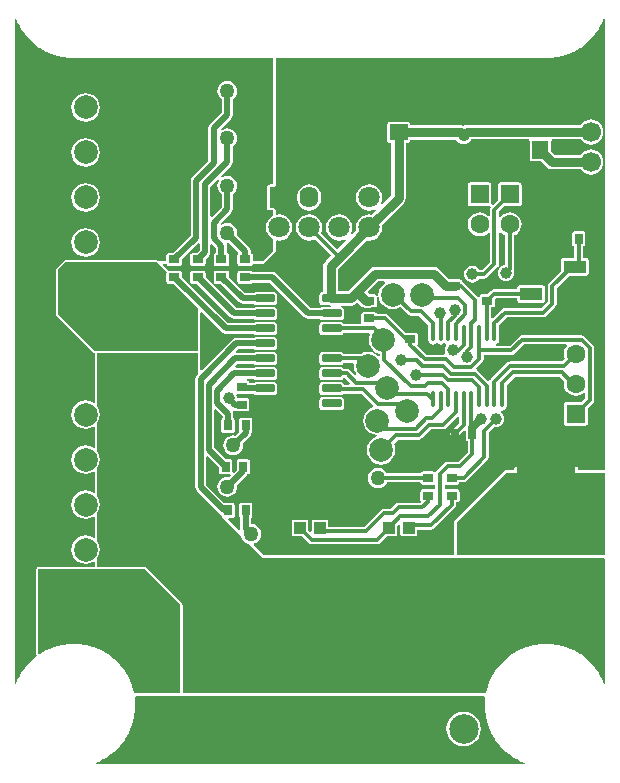
<source format=gtl>
G04 Layer_Physical_Order=1*
G04 Layer_Color=255*
%FSLAX25Y25*%
%MOIN*%
G70*
G01*
G75*
G04:AMPARAMS|DCode=10|XSize=25.59mil|YSize=64.96mil|CornerRadius=1.92mil|HoleSize=0mil|Usage=FLASHONLY|Rotation=90.000|XOffset=0mil|YOffset=0mil|HoleType=Round|Shape=RoundedRectangle|*
%AMROUNDEDRECTD10*
21,1,0.02559,0.06112,0,0,90.0*
21,1,0.02175,0.06496,0,0,90.0*
1,1,0.00384,0.03056,0.01088*
1,1,0.00384,0.03056,-0.01088*
1,1,0.00384,-0.03056,-0.01088*
1,1,0.00384,-0.03056,0.01088*
%
%ADD10ROUNDEDRECTD10*%
%ADD11R,0.02756X0.03543*%
%ADD12R,0.03543X0.02756*%
%ADD13R,0.07480X0.04331*%
%ADD14R,0.03937X0.03937*%
%ADD15C,0.07874*%
%ADD16O,0.01378X0.05905*%
%ADD17R,0.05512X0.05905*%
%ADD18R,0.05905X0.05512*%
%ADD19R,0.12402X0.07008*%
%ADD20R,0.07008X0.12402*%
%ADD21R,0.19685X0.05905*%
%ADD22C,0.01968*%
%ADD23C,0.01378*%
%ADD24C,0.02756*%
%ADD25C,0.03150*%
%ADD26C,0.09842*%
%ADD27R,0.09842X0.09842*%
%ADD28R,0.09842X0.09842*%
%ADD29C,0.06299*%
%ADD30R,0.06299X0.06299*%
%ADD31R,0.06693X0.06693*%
%ADD32C,0.06693*%
%ADD33C,0.04134*%
%ADD34R,0.06299X0.07087*%
%ADD35C,0.07087*%
%ADD36O,0.06299X0.07087*%
%ADD37R,0.07874X0.07874*%
%ADD38C,0.02756*%
%ADD39C,0.03937*%
%ADD40C,0.05000*%
G36*
X68140Y194781D02*
X67984Y194578D01*
X67651Y193775D01*
X67538Y192913D01*
X67651Y192052D01*
X67984Y191249D01*
X68512Y190560D01*
X69047Y190150D01*
Y185793D01*
X65694Y182440D01*
X65233Y182632D01*
Y192581D01*
X67763Y195112D01*
X68140Y194781D01*
D02*
G37*
G36*
X196850Y69713D02*
X147598Y69685D01*
X147244Y70039D01*
Y80709D01*
X163779Y97244D01*
X196850D01*
X196850Y69713D01*
D02*
G37*
G36*
X47244Y167323D02*
X50600Y163967D01*
X50562Y163779D01*
Y161024D01*
X50624Y160712D01*
X50801Y160447D01*
X51066Y160270D01*
X51378Y160208D01*
X52771D01*
X61024Y151955D01*
Y137795D01*
X26772Y137795D01*
X14567Y150000D01*
Y164961D01*
X16929Y167323D01*
X47244Y167323D01*
D02*
G37*
G36*
X1239Y246868D02*
X1268Y246823D01*
X1286Y246772D01*
X2576Y244538D01*
X2611Y244497D01*
X2635Y244449D01*
X4206Y242402D01*
X4247Y242366D01*
X4276Y242322D01*
X6101Y240497D01*
X6146Y240467D01*
X6181Y240427D01*
X8228Y238856D01*
X8277Y238832D01*
X8317Y238796D01*
X10552Y237506D01*
X10603Y237489D01*
X10648Y237459D01*
X13032Y236472D01*
X13084Y236461D01*
X13133Y236437D01*
X15625Y235770D01*
X15679Y235766D01*
X15730Y235749D01*
X18288Y235412D01*
X18342Y235415D01*
X18394Y235405D01*
X86221D01*
Y193335D01*
X84961D01*
X84649Y193273D01*
X84384Y193096D01*
X84207Y192832D01*
X84145Y192520D01*
Y185433D01*
X84207Y185121D01*
X84384Y184856D01*
X84649Y184679D01*
X84961Y184617D01*
X86221D01*
Y182895D01*
X85920Y182770D01*
X85013Y182074D01*
X84316Y181167D01*
X83879Y180110D01*
X83729Y178976D01*
X83879Y177843D01*
X84316Y176786D01*
X85013Y175879D01*
X85920Y175182D01*
X86221Y175058D01*
Y171260D01*
X82677Y167717D01*
X79359D01*
Y169685D01*
X79297Y169997D01*
X79120Y170262D01*
X78855Y170439D01*
X78591Y170491D01*
Y171260D01*
X78591Y171260D01*
X78452Y171956D01*
X78058Y172546D01*
X78058Y172546D01*
X74107Y176498D01*
X74195Y177165D01*
X74081Y178027D01*
X73749Y178830D01*
X73220Y179519D01*
X72530Y180048D01*
X71728Y180380D01*
X70866Y180494D01*
X70005Y180380D01*
X69202Y180048D01*
X68998Y179892D01*
X68668Y180268D01*
X72153Y183753D01*
X72153Y183753D01*
X72547Y184343D01*
X72685Y185039D01*
X72685Y185039D01*
Y190150D01*
X73220Y190560D01*
X73749Y191249D01*
X74081Y192052D01*
X74195Y192913D01*
X74081Y193775D01*
X73749Y194578D01*
X73220Y195267D01*
X72530Y195796D01*
X71728Y196128D01*
X70866Y196242D01*
X70005Y196128D01*
X69202Y195796D01*
X68998Y195640D01*
X68668Y196017D01*
X72153Y199501D01*
X72547Y200091D01*
X72685Y200787D01*
X72685Y200787D01*
Y205898D01*
X73220Y206308D01*
X73749Y206997D01*
X74081Y207800D01*
X74195Y208661D01*
X74081Y209523D01*
X73749Y210326D01*
X73220Y211015D01*
X72530Y211544D01*
X71728Y211877D01*
X70866Y211990D01*
X70005Y211877D01*
X69202Y211544D01*
X68998Y211388D01*
X68668Y211765D01*
X72153Y215249D01*
X72153Y215249D01*
X72547Y215839D01*
X72685Y216535D01*
X72685Y216535D01*
Y221646D01*
X73220Y222056D01*
X73749Y222745D01*
X74081Y223548D01*
X74195Y224410D01*
X74081Y225271D01*
X73749Y226074D01*
X73220Y226763D01*
X72530Y227292D01*
X71728Y227625D01*
X70866Y227738D01*
X70005Y227625D01*
X69202Y227292D01*
X68512Y226763D01*
X67984Y226074D01*
X67651Y225271D01*
X67538Y224410D01*
X67651Y223548D01*
X67984Y222745D01*
X68512Y222056D01*
X69047Y221646D01*
Y217289D01*
X65096Y213338D01*
X64701Y212747D01*
X64563Y212051D01*
X64563Y212051D01*
Y201255D01*
X59158Y195851D01*
X58764Y195260D01*
X58626Y194564D01*
X58626Y194564D01*
Y176356D01*
X52771Y170501D01*
X51378D01*
X51066Y170439D01*
X50801Y170262D01*
X50624Y169997D01*
X50562Y169685D01*
Y167717D01*
X48004D01*
X47821Y167900D01*
X47556Y168076D01*
X47244Y168139D01*
X47244Y168139D01*
X16929Y168139D01*
X16929Y168139D01*
X16617Y168076D01*
X16352Y167900D01*
X16352Y167900D01*
X13990Y165537D01*
X13813Y165273D01*
X13751Y164961D01*
X13751Y164961D01*
Y150000D01*
X13751Y150000D01*
X13813Y149688D01*
X13990Y149423D01*
X26195Y137218D01*
X26460Y137042D01*
X26744Y136985D01*
X26743Y136980D01*
Y120755D01*
X26295Y120534D01*
X26011Y120752D01*
X24859Y121229D01*
X23622Y121392D01*
X22385Y121229D01*
X21233Y120752D01*
X20244Y119993D01*
X19484Y119003D01*
X19007Y117851D01*
X18844Y116614D01*
X19007Y115378D01*
X19484Y114225D01*
X20244Y113236D01*
X21233Y112476D01*
X22385Y111999D01*
X23622Y111836D01*
X24859Y111999D01*
X26011Y112476D01*
X26295Y112694D01*
X26743Y112473D01*
Y105755D01*
X26295Y105534D01*
X26011Y105752D01*
X24859Y106229D01*
X23622Y106392D01*
X22385Y106229D01*
X21233Y105752D01*
X20244Y104993D01*
X19484Y104003D01*
X19007Y102851D01*
X18844Y101614D01*
X19007Y100378D01*
X19484Y99225D01*
X20244Y98236D01*
X21233Y97476D01*
X22385Y96999D01*
X23622Y96836D01*
X24859Y96999D01*
X26011Y97476D01*
X26295Y97694D01*
X26743Y97473D01*
Y90755D01*
X26295Y90534D01*
X26011Y90752D01*
X24859Y91229D01*
X23622Y91392D01*
X22385Y91229D01*
X21233Y90752D01*
X20244Y89993D01*
X19484Y89003D01*
X19007Y87851D01*
X18844Y86614D01*
X19007Y85378D01*
X19484Y84225D01*
X20244Y83236D01*
X21233Y82476D01*
X22385Y81999D01*
X23622Y81836D01*
X24859Y81999D01*
X26011Y82476D01*
X26295Y82694D01*
X26743Y82473D01*
Y75755D01*
X26295Y75534D01*
X26011Y75752D01*
X24859Y76229D01*
X23622Y76392D01*
X22385Y76229D01*
X21233Y75752D01*
X20244Y74993D01*
X19484Y74003D01*
X19007Y72851D01*
X18844Y71614D01*
X19007Y70378D01*
X19484Y69225D01*
X20244Y68236D01*
X21233Y67476D01*
X22385Y66999D01*
X23622Y66836D01*
X24859Y66999D01*
X26011Y67476D01*
X26295Y67694D01*
X26743Y67473D01*
Y65776D01*
X7874D01*
X7562Y65714D01*
X7297Y65537D01*
X7120Y65273D01*
X7058Y64961D01*
Y37031D01*
X7074Y36955D01*
X7073Y36876D01*
X7104Y36800D01*
X7120Y36719D01*
X7164Y36654D01*
X7193Y36582D01*
X7200Y36575D01*
X7279Y36326D01*
X7242Y36065D01*
X7228Y36026D01*
X7168Y35921D01*
X6181Y35164D01*
X6146Y35123D01*
X6101Y35094D01*
X4276Y33269D01*
X4247Y33224D01*
X4206Y33189D01*
X2635Y31141D01*
X2612Y31093D01*
X2576Y31053D01*
X1286Y28818D01*
X1268Y28767D01*
X1239Y28722D01*
X500Y26939D01*
X-0Y27039D01*
Y248552D01*
X500Y248651D01*
X1239Y246868D01*
D02*
G37*
G36*
X61024Y130132D02*
X60684Y129792D01*
X60289Y129202D01*
X60151Y128506D01*
X60151Y128506D01*
Y92361D01*
X60151Y92361D01*
X60289Y91664D01*
X60684Y91074D01*
X61024Y90734D01*
Y90551D01*
X68911Y82664D01*
X68932Y82562D01*
X69108Y82297D01*
X69373Y82120D01*
X69475Y82100D01*
X75504Y76071D01*
X75525Y75910D01*
X75858Y75107D01*
X76387Y74418D01*
X77076Y73889D01*
X77879Y73557D01*
X78039Y73535D01*
X82677Y68898D01*
X147457D01*
X147598Y68870D01*
X147598Y68870D01*
X147598Y68870D01*
X196497Y68897D01*
X196850Y68544D01*
Y27039D01*
X196350Y26939D01*
X195612Y28723D01*
X195582Y28767D01*
X195565Y28818D01*
X194274Y31053D01*
X194239Y31093D01*
X194215Y31142D01*
X192644Y33189D01*
X192604Y33224D01*
X192574Y33269D01*
X190749Y35094D01*
X190705Y35124D01*
X190669Y35164D01*
X188622Y36735D01*
X188574Y36759D01*
X188533Y36794D01*
X186299Y38084D01*
X186248Y38102D01*
X186203Y38131D01*
X183819Y39119D01*
X183766Y39129D01*
X183718Y39153D01*
X181225Y39821D01*
X181172Y39825D01*
X181121Y39842D01*
X178562Y40179D01*
X178509Y40175D01*
X178456Y40186D01*
X175875D01*
X175822Y40175D01*
X175768Y40179D01*
X173210Y39842D01*
X173159Y39825D01*
X173105Y39821D01*
X170613Y39153D01*
X170565Y39129D01*
X170512Y39119D01*
X168128Y38131D01*
X168083Y38102D01*
X168032Y38084D01*
X165798Y36794D01*
X165757Y36759D01*
X165709Y36735D01*
X163662Y35164D01*
X163626Y35123D01*
X163582Y35094D01*
X161757Y33269D01*
X161727Y33224D01*
X161687Y33189D01*
X160116Y31141D01*
X160092Y31093D01*
X160056Y31053D01*
X158766Y28818D01*
X158749Y28767D01*
X158719Y28722D01*
X157731Y26338D01*
X157721Y26286D01*
X157697Y26237D01*
X157029Y23745D01*
X157026Y23691D01*
X157009Y23640D01*
X157006Y23622D01*
X55934D01*
X55934Y53149D01*
X55934Y53150D01*
X55872Y53462D01*
X55695Y53726D01*
X55695Y53726D01*
X43884Y65537D01*
X43619Y65714D01*
X43307Y65776D01*
X43307Y65776D01*
X27559D01*
Y68964D01*
X27760Y69225D01*
X28237Y70378D01*
X28400Y71614D01*
X28237Y72851D01*
X27760Y74003D01*
X27559Y74265D01*
Y83964D01*
X27760Y84225D01*
X28237Y85378D01*
X28400Y86614D01*
X28237Y87851D01*
X27760Y89003D01*
X27559Y89265D01*
Y98964D01*
X27760Y99225D01*
X28237Y100378D01*
X28400Y101614D01*
X28237Y102851D01*
X27760Y104003D01*
X27559Y104265D01*
Y113964D01*
X27760Y114225D01*
X28237Y115378D01*
X28400Y116614D01*
X28237Y117851D01*
X27760Y119003D01*
X27559Y119265D01*
Y136980D01*
X61024Y136980D01*
Y130132D01*
D02*
G37*
G36*
X196850Y248552D02*
Y98060D01*
X196850Y98060D01*
X187823D01*
Y98425D01*
X187761Y98737D01*
X187585Y99002D01*
X187320Y99179D01*
X187008Y99241D01*
X167323D01*
X167011Y99179D01*
X166746Y99002D01*
X166569Y98737D01*
X166507Y98425D01*
Y98060D01*
X163780D01*
X163779Y98060D01*
X163467Y97998D01*
X163203Y97821D01*
X163203Y97821D01*
X146667Y81285D01*
X146491Y81021D01*
X146428Y80709D01*
X146428Y80709D01*
Y70039D01*
X146427Y70038D01*
X146029Y69728D01*
X145983Y69713D01*
X83015D01*
X79634Y73095D01*
X79798Y73638D01*
X80404Y73889D01*
X81094Y74418D01*
X81623Y75107D01*
X81955Y75910D01*
X82069Y76772D01*
X81955Y77633D01*
X81623Y78436D01*
X81094Y79125D01*
X80404Y79654D01*
X79602Y79987D01*
X78788Y80094D01*
Y82207D01*
X78923Y82297D01*
X79100Y82562D01*
X79162Y82874D01*
Y86417D01*
X79100Y86729D01*
X78923Y86994D01*
X78659Y87171D01*
X78347Y87233D01*
X75590D01*
X75278Y87171D01*
X75014Y86994D01*
X74837Y86729D01*
X74775Y86417D01*
Y82874D01*
X74837Y82562D01*
X75014Y82297D01*
X75149Y82207D01*
Y78543D01*
X75149Y78543D01*
X75213Y78222D01*
X74752Y77976D01*
X71132Y81596D01*
X71323Y82058D01*
X72441D01*
X72753Y82120D01*
X73018Y82297D01*
X73194Y82562D01*
X73257Y82874D01*
Y86417D01*
X73194Y86729D01*
X73018Y86994D01*
X72753Y87171D01*
X72441Y87233D01*
X69685D01*
X69673Y87231D01*
X63789Y93114D01*
Y102473D01*
X64251Y102664D01*
X68082Y98834D01*
Y97441D01*
X68144Y97129D01*
X68321Y96864D01*
X68585Y96687D01*
X68898Y96625D01*
X71653D01*
X71701Y96635D01*
X71948Y96174D01*
X71534Y95760D01*
X70866Y95848D01*
X70005Y95735D01*
X69202Y95402D01*
X68512Y94873D01*
X67984Y94184D01*
X67651Y93381D01*
X67538Y92520D01*
X67651Y91658D01*
X67984Y90855D01*
X68512Y90166D01*
X69202Y89637D01*
X70005Y89305D01*
X70866Y89191D01*
X71728Y89305D01*
X72530Y89637D01*
X73220Y90166D01*
X73749Y90855D01*
X74081Y91658D01*
X74195Y92520D01*
X74107Y93187D01*
X77467Y96548D01*
X77468Y96548D01*
X77519Y96625D01*
X77559D01*
X77871Y96687D01*
X78136Y96864D01*
X78313Y97129D01*
X78375Y97441D01*
Y100984D01*
X78313Y101296D01*
X78136Y101561D01*
X77871Y101738D01*
X77559Y101800D01*
X74803D01*
X74491Y101738D01*
X74226Y101561D01*
X74050Y101296D01*
X73988Y100984D01*
Y98214D01*
X72921Y97147D01*
X72460Y97393D01*
X72469Y97441D01*
Y100984D01*
X72407Y101296D01*
X72230Y101561D01*
X71966Y101738D01*
X71653Y101800D01*
X70261D01*
X66558Y105503D01*
Y118216D01*
X67020Y118407D01*
X69244Y116183D01*
Y115431D01*
X69108Y115340D01*
X68932Y115076D01*
X68869Y114764D01*
Y111221D01*
X68932Y110908D01*
X69108Y110644D01*
X69373Y110467D01*
X69685Y110405D01*
X72441D01*
X72753Y110467D01*
X73018Y110644D01*
X73194Y110908D01*
X73257Y111221D01*
Y114764D01*
X73194Y115076D01*
X73018Y115340D01*
X72882Y115431D01*
Y116937D01*
X72882Y116937D01*
X72744Y117633D01*
X73161Y117901D01*
X73242Y117927D01*
X73507Y117750D01*
X73819Y117688D01*
X77362D01*
X77674Y117750D01*
X77939Y117927D01*
X78116Y118192D01*
X78178Y118504D01*
Y121260D01*
X78116Y121572D01*
X77939Y121837D01*
X77674Y122013D01*
X77362Y122075D01*
X74049D01*
X73957Y122770D01*
X73823Y123094D01*
X74157Y123594D01*
X75491D01*
X76083Y123476D01*
X76083Y123476D01*
X79620D01*
X79923Y123273D01*
X80310Y123196D01*
X86422D01*
X86809Y123273D01*
X87137Y123493D01*
X87357Y123821D01*
X87434Y124208D01*
Y126383D01*
X87357Y126770D01*
X87137Y127098D01*
X86809Y127317D01*
X86422Y127394D01*
X80310D01*
X79923Y127317D01*
X79620Y127114D01*
X78178D01*
Y127165D01*
X78116Y127478D01*
X77939Y127742D01*
X77674Y127919D01*
X77362Y127981D01*
X77374Y128476D01*
X79620D01*
X79923Y128273D01*
X80310Y128196D01*
X86422D01*
X86809Y128273D01*
X87137Y128492D01*
X87357Y128821D01*
X87434Y129208D01*
Y131383D01*
X87357Y131770D01*
X87137Y132098D01*
X86809Y132317D01*
X86422Y132394D01*
X80310D01*
X79923Y132317D01*
X79620Y132115D01*
X73583D01*
X73376Y132615D01*
X74238Y133476D01*
X79620D01*
X79923Y133273D01*
X80310Y133196D01*
X86422D01*
X86809Y133273D01*
X87137Y133493D01*
X87357Y133821D01*
X87434Y134208D01*
Y136383D01*
X87357Y136770D01*
X87137Y137098D01*
X86809Y137317D01*
X86422Y137394D01*
X80310D01*
X79923Y137317D01*
X79620Y137115D01*
X73859D01*
X73652Y137615D01*
X74513Y138476D01*
X79620D01*
X79923Y138273D01*
X80310Y138196D01*
X86422D01*
X86809Y138273D01*
X87137Y138493D01*
X87357Y138821D01*
X87434Y139208D01*
Y141383D01*
X87357Y141770D01*
X87137Y142098D01*
X86809Y142317D01*
X86422Y142394D01*
X80310D01*
X79923Y142317D01*
X79620Y142114D01*
X73760D01*
X73760Y142114D01*
X73064Y141976D01*
X72474Y141582D01*
X72473Y141582D01*
X62301Y131409D01*
X61839Y131601D01*
Y136980D01*
X61777Y137292D01*
X61713Y137387D01*
X61777Y137483D01*
X61839Y137795D01*
Y150486D01*
X62301Y150677D01*
X68970Y144009D01*
X68970Y144009D01*
X69560Y143615D01*
X70256Y143476D01*
X70256Y143476D01*
X79620D01*
X79923Y143273D01*
X80310Y143196D01*
X86422D01*
X86809Y143273D01*
X87137Y143492D01*
X87357Y143821D01*
X87434Y144208D01*
Y146383D01*
X87357Y146770D01*
X87137Y147098D01*
X86809Y147317D01*
X86422Y147394D01*
X80310D01*
X79923Y147317D01*
X79620Y147115D01*
X71009D01*
X55737Y162387D01*
Y163779D01*
X55675Y164092D01*
X55498Y164356D01*
X55233Y164533D01*
X54921Y164595D01*
X51378D01*
X51167Y164553D01*
X49281Y166439D01*
X49473Y166901D01*
X50562D01*
X50568Y166902D01*
X50624Y166617D01*
X50801Y166352D01*
X51066Y166175D01*
X51378Y166113D01*
X54921D01*
X55233Y166175D01*
X55498Y166352D01*
X55675Y166617D01*
X55737Y166929D01*
Y168322D01*
X61132Y173717D01*
X61594Y173526D01*
Y171450D01*
X60645Y170501D01*
X59252D01*
X58940Y170439D01*
X58675Y170262D01*
X58498Y169997D01*
X58436Y169685D01*
Y166929D01*
X58498Y166617D01*
X58675Y166352D01*
X58940Y166175D01*
X59252Y166113D01*
X62795D01*
X63107Y166175D01*
X63372Y166352D01*
X63549Y166617D01*
X63611Y166929D01*
Y168322D01*
X64700Y169411D01*
X65094Y170001D01*
X65233Y170697D01*
X65233Y170697D01*
Y173231D01*
X65694Y173423D01*
X67078Y172039D01*
Y170491D01*
X66814Y170439D01*
X66549Y170262D01*
X66372Y169997D01*
X66310Y169685D01*
Y166929D01*
X66372Y166617D01*
X66549Y166352D01*
X66814Y166175D01*
X67126Y166113D01*
X70669D01*
X70981Y166175D01*
X71246Y166352D01*
X71423Y166617D01*
X71485Y166929D01*
Y169685D01*
X71423Y169997D01*
X71246Y170262D01*
X70981Y170439D01*
X70717Y170491D01*
Y172792D01*
X70603Y173367D01*
X70783Y173688D01*
X70790Y173697D01*
X70940Y173847D01*
X71534Y173925D01*
X74554Y170905D01*
X74567Y170859D01*
X74463Y170289D01*
X74423Y170262D01*
X74246Y169997D01*
X74184Y169685D01*
Y166929D01*
X74246Y166617D01*
X74423Y166352D01*
X74688Y166175D01*
X75000Y166113D01*
X78543D01*
X78855Y166175D01*
X79120Y166352D01*
X79297Y166617D01*
X79354Y166902D01*
X79359Y166901D01*
X82677D01*
X82989Y166963D01*
X83254Y167140D01*
X83254Y167140D01*
X86797Y170683D01*
X86974Y170948D01*
X87036Y171260D01*
X87036Y171260D01*
Y174358D01*
X87412Y174688D01*
X88110Y174596D01*
X89244Y174745D01*
X90301Y175182D01*
X91208Y175879D01*
X91904Y176786D01*
X92342Y177843D01*
X92491Y178976D01*
X92342Y180110D01*
X91904Y181167D01*
X91208Y182074D01*
X90301Y182770D01*
X89244Y183208D01*
X88110Y183357D01*
X87412Y183265D01*
X87036Y183595D01*
Y184617D01*
X86974Y184930D01*
X86797Y185194D01*
X86533Y185371D01*
X86221Y185433D01*
X85041D01*
X84974Y185446D01*
X84961Y185513D01*
Y192439D01*
X84974Y192506D01*
X85041Y192520D01*
X86221D01*
X86533Y192582D01*
X86797Y192759D01*
X86974Y193023D01*
X87036Y193335D01*
Y235405D01*
X175875Y235405D01*
X178456D01*
X178508Y235415D01*
X178562Y235412D01*
X181121Y235749D01*
X181171Y235766D01*
X181225Y235770D01*
X183718Y236437D01*
X183766Y236461D01*
X183819Y236472D01*
X186203Y237459D01*
X186247Y237489D01*
X186298Y237506D01*
X188533Y238797D01*
X188574Y238832D01*
X188622Y238856D01*
X190669Y240427D01*
X190705Y240467D01*
X190749Y240497D01*
X192574Y242322D01*
X192604Y242366D01*
X192644Y242402D01*
X194215Y244449D01*
X194239Y244497D01*
X194274Y244538D01*
X195565Y246773D01*
X195582Y246824D01*
X195612Y246868D01*
X196350Y248651D01*
X196850Y248552D01*
D02*
G37*
G36*
X55622Y22869D02*
X55934Y22806D01*
X156520D01*
X156849Y22430D01*
X156672Y21082D01*
X156675Y21028D01*
X156665Y20976D01*
Y18395D01*
X156675Y18342D01*
X156672Y18288D01*
X157009Y15730D01*
X157026Y15679D01*
X157029Y15625D01*
X157697Y13133D01*
X157721Y13084D01*
X157731Y13032D01*
X158719Y10648D01*
X158749Y10603D01*
X158766Y10552D01*
X160056Y8317D01*
X160092Y8277D01*
X160116Y8229D01*
X161687Y6181D01*
X161727Y6146D01*
X161757Y6101D01*
X163582Y4276D01*
X163626Y4247D01*
X163662Y4206D01*
X165709Y2635D01*
X165757Y2612D01*
X165798Y2576D01*
X168032Y1286D01*
X168083Y1268D01*
X168128Y1239D01*
X169911Y500D01*
X169812Y0D01*
X27039D01*
X26939Y500D01*
X28723Y1239D01*
X28767Y1268D01*
X28818Y1286D01*
X31053Y2576D01*
X31093Y2611D01*
X31142Y2635D01*
X33189Y4206D01*
X33224Y4247D01*
X33269Y4276D01*
X35094Y6101D01*
X35124Y6146D01*
X35164Y6181D01*
X36735Y8228D01*
X36759Y8277D01*
X36794Y8317D01*
X38084Y10552D01*
X38102Y10603D01*
X38131Y10648D01*
X39119Y13032D01*
X39129Y13084D01*
X39153Y13133D01*
X39821Y15625D01*
X39825Y15679D01*
X39842Y15730D01*
X40179Y18288D01*
X40175Y18342D01*
X40186Y18394D01*
Y20976D01*
X40175Y21028D01*
X40179Y21082D01*
X40001Y22430D01*
X40331Y22806D01*
X55118D01*
X55430Y22869D01*
X55526Y22932D01*
X55622Y22869D01*
D02*
G37*
G36*
X55118Y53150D02*
X55118Y23622D01*
X39844D01*
X39842Y23640D01*
X39825Y23691D01*
X39821Y23745D01*
X39153Y26237D01*
X39129Y26286D01*
X39119Y26338D01*
X38131Y28722D01*
X38102Y28767D01*
X38084Y28818D01*
X36794Y31053D01*
X36759Y31093D01*
X36735Y31141D01*
X35164Y33189D01*
X35123Y33224D01*
X35094Y33269D01*
X33269Y35094D01*
X33224Y35123D01*
X33189Y35164D01*
X31141Y36735D01*
X31093Y36759D01*
X31053Y36794D01*
X28818Y38084D01*
X28767Y38102D01*
X28722Y38131D01*
X26338Y39119D01*
X26286Y39129D01*
X26237Y39153D01*
X23745Y39821D01*
X23691Y39825D01*
X23640Y39842D01*
X21082Y40179D01*
X21028Y40175D01*
X20976Y40186D01*
X19685D01*
X19685Y40186D01*
X18395Y40186D01*
X18342Y40175D01*
X18288Y40179D01*
X15730Y39842D01*
X15679Y39825D01*
X15625Y39821D01*
X13133Y39153D01*
X13084Y39129D01*
X13032Y39119D01*
X10648Y38131D01*
X10603Y38102D01*
X10552Y38084D01*
X8374Y36827D01*
X8021Y36931D01*
X7874Y37031D01*
Y64961D01*
X43307D01*
X55118Y53150D01*
D02*
G37*
%LPC*%
G36*
X23622Y208754D02*
X22385Y208592D01*
X21233Y208114D01*
X20244Y207355D01*
X19484Y206365D01*
X19007Y205213D01*
X18844Y203976D01*
X19007Y202740D01*
X19484Y201587D01*
X20244Y200598D01*
X21233Y199839D01*
X22385Y199361D01*
X23622Y199198D01*
X24859Y199361D01*
X26011Y199839D01*
X27000Y200598D01*
X27760Y201587D01*
X28237Y202740D01*
X28400Y203976D01*
X28237Y205213D01*
X27760Y206365D01*
X27000Y207355D01*
X26011Y208114D01*
X24859Y208592D01*
X23622Y208754D01*
D02*
G37*
G36*
Y223754D02*
X22385Y223591D01*
X21233Y223114D01*
X20244Y222355D01*
X19484Y221365D01*
X19007Y220213D01*
X18844Y218976D01*
X19007Y217740D01*
X19484Y216587D01*
X20244Y215598D01*
X21233Y214839D01*
X22385Y214361D01*
X23622Y214198D01*
X24859Y214361D01*
X26011Y214839D01*
X27000Y215598D01*
X27760Y216587D01*
X28237Y217740D01*
X28400Y218976D01*
X28237Y220213D01*
X27760Y221365D01*
X27000Y222355D01*
X26011Y223114D01*
X24859Y223591D01*
X23622Y223754D01*
D02*
G37*
G36*
Y193754D02*
X22385Y193591D01*
X21233Y193114D01*
X20244Y192355D01*
X19484Y191365D01*
X19007Y190213D01*
X18844Y188976D01*
X19007Y187740D01*
X19484Y186587D01*
X20244Y185598D01*
X21233Y184839D01*
X22385Y184361D01*
X23622Y184198D01*
X24859Y184361D01*
X26011Y184839D01*
X27000Y185598D01*
X27760Y186587D01*
X28237Y187740D01*
X28400Y188976D01*
X28237Y190213D01*
X27760Y191365D01*
X27000Y192355D01*
X26011Y193114D01*
X24859Y193591D01*
X23622Y193754D01*
D02*
G37*
G36*
Y178754D02*
X22385Y178592D01*
X21233Y178114D01*
X20244Y177355D01*
X19484Y176365D01*
X19007Y175213D01*
X18844Y173976D01*
X19007Y172740D01*
X19484Y171587D01*
X20244Y170598D01*
X21233Y169839D01*
X22385Y169361D01*
X23622Y169199D01*
X24859Y169361D01*
X26011Y169839D01*
X27000Y170598D01*
X27760Y171587D01*
X28237Y172740D01*
X28400Y173976D01*
X28237Y175213D01*
X27760Y176365D01*
X27000Y177355D01*
X26011Y178114D01*
X24859Y178592D01*
X23622Y178754D01*
D02*
G37*
G36*
X62795Y164595D02*
X59252D01*
X58940Y164533D01*
X58675Y164356D01*
X58498Y164092D01*
X58436Y163779D01*
Y161024D01*
X58498Y160712D01*
X58675Y160447D01*
X58940Y160270D01*
X59252Y160208D01*
X60645D01*
X71843Y149009D01*
X72434Y148615D01*
X73130Y148476D01*
X73130Y148476D01*
X79620D01*
X79923Y148273D01*
X80310Y148196D01*
X86422D01*
X86809Y148273D01*
X87137Y148493D01*
X87357Y148821D01*
X87434Y149208D01*
Y151383D01*
X87357Y151770D01*
X87137Y152098D01*
X86809Y152317D01*
X86422Y152394D01*
X80310D01*
X79923Y152317D01*
X79620Y152114D01*
X73883D01*
X63611Y162387D01*
Y163779D01*
X63549Y164092D01*
X63372Y164356D01*
X63107Y164533D01*
X62795Y164595D01*
D02*
G37*
G36*
X78347Y115579D02*
X75590D01*
X75278Y115517D01*
X75014Y115340D01*
X74837Y115076D01*
X74775Y114764D01*
Y111221D01*
X74837Y110908D01*
X74851Y110888D01*
X73502Y109540D01*
X72835Y109628D01*
X71973Y109514D01*
X71170Y109182D01*
X70481Y108653D01*
X69952Y107963D01*
X69620Y107161D01*
X69506Y106299D01*
X69620Y105438D01*
X69952Y104635D01*
X70481Y103946D01*
X71170Y103417D01*
X71973Y103084D01*
X72835Y102971D01*
X73696Y103084D01*
X74499Y103417D01*
X75188Y103946D01*
X75717Y104635D01*
X76050Y105438D01*
X76163Y106299D01*
X76075Y106967D01*
X78255Y109147D01*
X78255Y109147D01*
X78649Y109737D01*
X78788Y110433D01*
X78788Y110433D01*
Y110553D01*
X78923Y110644D01*
X79100Y110908D01*
X79162Y111221D01*
Y114764D01*
X79100Y115076D01*
X78923Y115340D01*
X78659Y115517D01*
X78347Y115579D01*
D02*
G37*
G36*
X108666Y122394D02*
X102554D01*
X102167Y122317D01*
X101839Y122098D01*
X101620Y121770D01*
X101543Y121383D01*
Y119208D01*
X101620Y118821D01*
X101839Y118492D01*
X102167Y118273D01*
X102554Y118196D01*
X108666D01*
X109053Y118273D01*
X109381Y118492D01*
X109601Y118821D01*
X109678Y119208D01*
Y121383D01*
X109601Y121770D01*
X109381Y122098D01*
X109053Y122317D01*
X108666Y122394D01*
D02*
G37*
G36*
X168150Y193965D02*
X161850D01*
X161538Y193903D01*
X161274Y193726D01*
X161097Y193462D01*
X161035Y193150D01*
Y188182D01*
X159347Y186494D01*
X158886Y186741D01*
X158908Y186850D01*
Y193150D01*
X158846Y193462D01*
X158669Y193726D01*
X158405Y193903D01*
X158093Y193965D01*
X151793D01*
X151481Y193903D01*
X151217Y193726D01*
X151040Y193462D01*
X150978Y193150D01*
Y186850D01*
X151040Y186538D01*
X151217Y186274D01*
X151481Y186097D01*
X151793Y186035D01*
X158093D01*
X158271Y186070D01*
X158578Y185716D01*
X158601Y185665D01*
X158440Y185424D01*
X158324Y184843D01*
Y182859D01*
X157851Y182698D01*
X157760Y182817D01*
X156935Y183450D01*
X155974Y183848D01*
X154943Y183984D01*
X153912Y183848D01*
X152951Y183450D01*
X152126Y182817D01*
X151493Y181992D01*
X151095Y181031D01*
X150959Y180000D01*
X151095Y178969D01*
X151493Y178008D01*
X152126Y177183D01*
X152951Y176550D01*
X153912Y176152D01*
X154943Y176016D01*
X155974Y176152D01*
X156935Y176550D01*
X157760Y177183D01*
X157851Y177302D01*
X158324Y177141D01*
Y167361D01*
X155867Y164904D01*
X154884D01*
X154534Y165360D01*
X153955Y165804D01*
X153282Y166083D01*
X152559Y166178D01*
X151836Y166083D01*
X151163Y165804D01*
X150584Y165360D01*
X150141Y164782D01*
X149862Y164109D01*
X149767Y163386D01*
X149862Y162663D01*
X150141Y161990D01*
X150584Y161411D01*
X151163Y160968D01*
X151836Y160689D01*
X152559Y160593D01*
X153282Y160689D01*
X153955Y160968D01*
X154534Y161411D01*
X154884Y161868D01*
X156496D01*
X157077Y161983D01*
X157570Y162312D01*
X160916Y165659D01*
X160916Y165659D01*
X161245Y166151D01*
X161361Y166732D01*
Y177434D01*
X161861Y177603D01*
X162183Y177183D01*
X163008Y176550D01*
X163482Y176354D01*
Y166533D01*
X163057Y166477D01*
X162383Y166198D01*
X161805Y165754D01*
X161361Y165176D01*
X161082Y164502D01*
X160987Y163779D01*
X161082Y163057D01*
X161361Y162383D01*
X161805Y161805D01*
X162383Y161361D01*
X163057Y161082D01*
X163779Y160987D01*
X164502Y161082D01*
X165176Y161361D01*
X165754Y161805D01*
X166198Y162383D01*
X166477Y163057D01*
X166572Y163779D01*
X166477Y164502D01*
X166438Y164596D01*
X166518Y165000D01*
X166518Y165000D01*
Y176354D01*
X166992Y176550D01*
X167817Y177183D01*
X168450Y178008D01*
X168848Y178969D01*
X168984Y180000D01*
X168848Y181031D01*
X168450Y181992D01*
X167817Y182817D01*
X166992Y183450D01*
X166031Y183848D01*
X165000Y183984D01*
X163969Y183848D01*
X163008Y183450D01*
X162183Y182817D01*
X161861Y182397D01*
X161361Y182566D01*
Y184214D01*
X163182Y186035D01*
X168150D01*
X168462Y186097D01*
X168726Y186274D01*
X168903Y186538D01*
X168965Y186850D01*
Y193150D01*
X168903Y193462D01*
X168726Y193726D01*
X168462Y193903D01*
X168150Y193965D01*
D02*
G37*
G36*
X98110Y193354D02*
X97079Y193218D01*
X96118Y192820D01*
X95293Y192187D01*
X94660Y191362D01*
X94262Y190401D01*
X94127Y189370D01*
Y188583D01*
X94262Y187552D01*
X94660Y186591D01*
X95293Y185766D01*
X96118Y185133D01*
X97079Y184735D01*
X98110Y184599D01*
X99141Y184735D01*
X100102Y185133D01*
X100927Y185766D01*
X101560Y186591D01*
X101958Y187552D01*
X102094Y188583D01*
Y189370D01*
X101958Y190401D01*
X101560Y191362D01*
X100927Y192187D01*
X100102Y192820D01*
X99141Y193218D01*
X98110Y193354D01*
D02*
G37*
G36*
X192044Y214970D02*
X190962Y214827D01*
X189953Y214409D01*
X189087Y213745D01*
X188676Y213209D01*
X150748D01*
X149821Y213024D01*
X149567Y212855D01*
X149549Y212867D01*
X148622Y213051D01*
X131721D01*
Y213386D01*
X131659Y213698D01*
X131482Y213963D01*
X131218Y214139D01*
X130905Y214201D01*
X125000D01*
X124688Y214139D01*
X124423Y213963D01*
X124246Y213698D01*
X124184Y213386D01*
Y207874D01*
X124246Y207562D01*
X124423Y207297D01*
X124688Y207120D01*
X125000Y207058D01*
X125531D01*
Y189822D01*
X122410Y186700D01*
X121986Y186983D01*
X122342Y187843D01*
X122491Y188976D01*
X122342Y190110D01*
X121904Y191167D01*
X121208Y192074D01*
X120301Y192770D01*
X119244Y193208D01*
X118110Y193357D01*
X116976Y193208D01*
X115920Y192770D01*
X115013Y192074D01*
X114316Y191167D01*
X113879Y190110D01*
X113730Y188976D01*
X113879Y187843D01*
X114316Y186786D01*
X115013Y185879D01*
X115920Y185182D01*
X116976Y184745D01*
X118110Y184596D01*
X119244Y184745D01*
X120103Y185101D01*
X120386Y184677D01*
X118956Y183246D01*
X118110Y183357D01*
X116976Y183208D01*
X115920Y182770D01*
X115013Y182074D01*
X114316Y181167D01*
X113879Y180110D01*
X113730Y178976D01*
X113841Y178131D01*
X112410Y176700D01*
X111986Y176983D01*
X112342Y177843D01*
X112491Y178976D01*
X112342Y180110D01*
X111904Y181167D01*
X111208Y182074D01*
X110301Y182770D01*
X109244Y183208D01*
X108110Y183357D01*
X106976Y183208D01*
X105920Y182770D01*
X105013Y182074D01*
X104316Y181167D01*
X103879Y180110D01*
X103729Y178976D01*
X103879Y177843D01*
X104316Y176786D01*
X105013Y175879D01*
X105920Y175182D01*
X106976Y174745D01*
X108110Y174596D01*
X109244Y174745D01*
X110103Y175101D01*
X110386Y174677D01*
X107472Y171762D01*
X102063Y177170D01*
X102342Y177843D01*
X102491Y178976D01*
X102342Y180110D01*
X101904Y181167D01*
X101208Y182074D01*
X100301Y182770D01*
X99244Y183208D01*
X98110Y183357D01*
X96976Y183208D01*
X95920Y182770D01*
X95013Y182074D01*
X94316Y181167D01*
X93879Y180110D01*
X93730Y178976D01*
X93879Y177843D01*
X94316Y176786D01*
X95013Y175879D01*
X95920Y175182D01*
X96976Y174745D01*
X98110Y174596D01*
X99244Y174745D01*
X99916Y175023D01*
X105325Y169615D01*
X103603Y167893D01*
X103078Y167108D01*
X102894Y166181D01*
Y163386D01*
Y157394D01*
X102554D01*
X102167Y157317D01*
X101839Y157098D01*
X101620Y156770D01*
X101543Y156383D01*
Y154208D01*
X101620Y153821D01*
X101839Y153492D01*
X102167Y153273D01*
X102554Y153196D01*
X104477D01*
X104684Y153058D01*
X105508Y152894D01*
X105459Y152394D01*
X102554D01*
X102167Y152317D01*
X101864Y152114D01*
X98490D01*
X86916Y163688D01*
X86326Y164082D01*
X85630Y164221D01*
X85630Y164221D01*
X79211D01*
X79120Y164356D01*
X78855Y164533D01*
X78543Y164595D01*
X75000D01*
X74688Y164533D01*
X74423Y164356D01*
X74246Y164092D01*
X74184Y163779D01*
Y161024D01*
X74246Y160712D01*
X74423Y160447D01*
X74688Y160270D01*
X75000Y160208D01*
X78543D01*
X78855Y160270D01*
X79120Y160447D01*
X79211Y160582D01*
X84876D01*
X96450Y149009D01*
X97040Y148615D01*
X97736Y148476D01*
X97736Y148476D01*
X101864D01*
X102167Y148273D01*
X102554Y148196D01*
X108666D01*
X109053Y148273D01*
X109381Y148493D01*
X109601Y148821D01*
X109678Y149208D01*
Y151383D01*
X109601Y151770D01*
X109381Y152098D01*
X109053Y152317D01*
X108768Y152374D01*
X108818Y152874D01*
X111988D01*
X112915Y153058D01*
X113700Y153583D01*
X114173Y154056D01*
X115414Y152815D01*
X115750Y152591D01*
X115762Y152573D01*
X116026Y152396D01*
X116048Y152392D01*
X116199Y152290D01*
X117126Y152106D01*
X118110D01*
X119037Y152290D01*
X119102Y152334D01*
X119882D01*
X120194Y152396D01*
X120459Y152573D01*
X120635Y152838D01*
X120698Y153150D01*
Y155905D01*
X120635Y156218D01*
X120459Y156482D01*
X120194Y156659D01*
X119882Y156721D01*
X119102D01*
X119037Y156765D01*
X118134Y156944D01*
X117597Y157480D01*
X121082Y160965D01*
X123205D01*
X123375Y160465D01*
X122606Y159874D01*
X121846Y158885D01*
X121369Y157733D01*
X121206Y156496D01*
X121369Y155259D01*
X121846Y154107D01*
X122606Y153118D01*
X123595Y152358D01*
X124748Y151881D01*
X125984Y151718D01*
X127221Y151881D01*
X128373Y152358D01*
X128482Y152442D01*
X130927Y149997D01*
X131420Y149668D01*
X132001Y149552D01*
X132001Y149552D01*
X134718D01*
X137852Y146418D01*
Y141437D01*
X137968Y140856D01*
X138297Y140364D01*
X138789Y140034D01*
X139370Y139919D01*
X139951Y140034D01*
X140444Y140364D01*
X140856D01*
X141348Y140034D01*
X141929Y139919D01*
X142510Y140034D01*
X143003Y140364D01*
X143415D01*
X143639Y140214D01*
X143784Y139604D01*
X143774Y139568D01*
X143626Y139376D01*
X143347Y138702D01*
X143252Y137979D01*
X143347Y137257D01*
X143424Y137070D01*
X143090Y136570D01*
X137326D01*
X134228Y139669D01*
X134238Y139778D01*
X134415Y140042D01*
X134477Y140354D01*
Y143110D01*
X134415Y143422D01*
X134238Y143687D01*
X133974Y143864D01*
X133661Y143926D01*
X130268D01*
X124499Y149696D01*
X124006Y150025D01*
X123425Y150140D01*
X120670D01*
X120635Y150312D01*
X120459Y150577D01*
X120194Y150754D01*
X119882Y150816D01*
X116339D01*
X116026Y150754D01*
X115762Y150577D01*
X115585Y150312D01*
X115523Y150000D01*
Y147244D01*
X115109Y146813D01*
X109572D01*
X109381Y147098D01*
X109053Y147317D01*
X108666Y147394D01*
X102554D01*
X102167Y147317D01*
X101839Y147098D01*
X101620Y146770D01*
X101543Y146383D01*
Y144208D01*
X101620Y143821D01*
X101839Y143492D01*
X102167Y143273D01*
X102554Y143196D01*
X108666D01*
X109053Y143273D01*
X109381Y143492D01*
X109572Y143777D01*
X118176D01*
X118510Y143277D01*
X118220Y142575D01*
X118057Y141339D01*
X118220Y140102D01*
X118697Y138950D01*
X119456Y137960D01*
X120446Y137201D01*
X121598Y136723D01*
X121710Y136709D01*
Y136032D01*
X121237Y135871D01*
X121095Y136056D01*
X120106Y136815D01*
X118953Y137292D01*
X117717Y137455D01*
X116480Y137292D01*
X115328Y136815D01*
X115326Y136813D01*
X109572D01*
X109381Y137098D01*
X109053Y137317D01*
X108666Y137394D01*
X102554D01*
X102167Y137317D01*
X101839Y137098D01*
X101620Y136770D01*
X101543Y136383D01*
Y134208D01*
X101620Y133821D01*
X101839Y133493D01*
X102167Y133273D01*
X102554Y133196D01*
X108666D01*
X109053Y133273D01*
X109381Y133493D01*
X109572Y133777D01*
X112704D01*
X113034Y133401D01*
X112939Y132677D01*
X113101Y131441D01*
X113579Y130288D01*
X113803Y129996D01*
X113426Y129666D01*
X111723Y131369D01*
X111231Y131698D01*
X110650Y131813D01*
X109572D01*
X109381Y132098D01*
X109053Y132317D01*
X108666Y132394D01*
X102554D01*
X102167Y132317D01*
X101839Y132098D01*
X101620Y131770D01*
X101543Y131383D01*
Y129208D01*
X101620Y128821D01*
X101839Y128492D01*
X102167Y128273D01*
X102554Y128196D01*
X108666D01*
X109053Y128273D01*
X109381Y128492D01*
X109540Y128730D01*
X110039Y128759D01*
X111745Y127053D01*
X111553Y126591D01*
X109636D01*
X109601Y126770D01*
X109381Y127098D01*
X109053Y127317D01*
X108666Y127394D01*
X102554D01*
X102167Y127317D01*
X101839Y127098D01*
X101620Y126770D01*
X101543Y126383D01*
Y124208D01*
X101620Y123821D01*
X101839Y123493D01*
X102167Y123273D01*
X102554Y123196D01*
X108666D01*
X109053Y123273D01*
X109381Y123493D01*
X109423Y123555D01*
X115440D01*
X119376Y119618D01*
X119259Y119029D01*
X118477Y118705D01*
X117488Y117945D01*
X116728Y116956D01*
X116251Y115804D01*
X116088Y114567D01*
X116251Y113330D01*
X116728Y112178D01*
X117488Y111188D01*
X118477Y110429D01*
X119630Y109952D01*
X120703Y109811D01*
X120752Y109595D01*
X120724Y109303D01*
X119658Y108862D01*
X118669Y108103D01*
X117910Y107113D01*
X117432Y105961D01*
X117269Y104724D01*
X117432Y103488D01*
X117910Y102336D01*
X118669Y101346D01*
X119658Y100587D01*
X120811Y100109D01*
X122047Y99946D01*
X123284Y100109D01*
X124436Y100587D01*
X125426Y101346D01*
X126185Y102336D01*
X126662Y103488D01*
X126825Y104724D01*
X126662Y105961D01*
X126302Y106832D01*
X127670Y108201D01*
X134589D01*
X135170Y108316D01*
X135663Y108645D01*
X138740Y111723D01*
X142769D01*
X143350Y111838D01*
X143842Y112168D01*
X147626Y115952D01*
X148088Y115760D01*
Y113818D01*
X145580Y111310D01*
X145251Y110817D01*
X145135Y110236D01*
X145251Y109655D01*
X145580Y109163D01*
X146073Y108834D01*
X146653Y108718D01*
X147234Y108834D01*
X147727Y109163D01*
X149876Y111312D01*
X150338Y111121D01*
Y110236D01*
X150365Y110100D01*
Y108465D01*
X150427Y108152D01*
X150604Y107888D01*
X150869Y107711D01*
X151041Y107677D01*
Y104239D01*
X147677Y100876D01*
X144299D01*
X144299Y100876D01*
X143718Y100760D01*
X143226Y100431D01*
X143226Y100431D01*
X140659Y97864D01*
X140554Y97708D01*
X140176Y97449D01*
X139914Y97581D01*
X139879Y97604D01*
X139567Y97666D01*
X136024D01*
X135712Y97604D01*
X135447Y97427D01*
X135270Y97162D01*
X135236Y96991D01*
X124006D01*
X123946Y97137D01*
X123417Y97826D01*
X122727Y98355D01*
X121924Y98687D01*
X121063Y98801D01*
X120202Y98687D01*
X119399Y98355D01*
X118709Y97826D01*
X118180Y97137D01*
X117848Y96334D01*
X117735Y95472D01*
X117848Y94611D01*
X118180Y93808D01*
X118709Y93119D01*
X119399Y92590D01*
X120202Y92257D01*
X121063Y92144D01*
X121924Y92257D01*
X122727Y92590D01*
X123417Y93119D01*
X123946Y93808D01*
X124006Y93954D01*
X135236D01*
X135270Y93782D01*
X135447Y93518D01*
X135712Y93341D01*
X136024Y93279D01*
X139567D01*
X139714Y93308D01*
X140128Y93061D01*
X140214Y92963D01*
Y92076D01*
X140128Y91978D01*
X139714Y91731D01*
X139567Y91761D01*
X136024D01*
X135712Y91698D01*
X135447Y91522D01*
X135270Y91257D01*
X135208Y90945D01*
Y88189D01*
X135270Y87877D01*
X135447Y87612D01*
X135454Y87542D01*
X135086Y87148D01*
X127953D01*
X127372Y87033D01*
X126879Y86703D01*
X125355Y85180D01*
X123031D01*
X122450Y85064D01*
X121958Y84735D01*
X116497Y79274D01*
X104556D01*
Y80709D01*
X104494Y81021D01*
X104317Y81285D01*
X104052Y81462D01*
X103740Y81524D01*
X99803D01*
X99491Y81462D01*
X99226Y81285D01*
X99050Y81021D01*
X98988Y80709D01*
Y77632D01*
X98526Y77440D01*
X97863Y78103D01*
Y80709D01*
X97801Y81021D01*
X97624Y81285D01*
X97359Y81462D01*
X97047Y81524D01*
X93110D01*
X92798Y81462D01*
X92533Y81285D01*
X92357Y81021D01*
X92295Y80709D01*
Y76772D01*
X92357Y76459D01*
X92533Y76195D01*
X92798Y76018D01*
X93110Y75956D01*
X95716D01*
X97942Y73730D01*
X98435Y73401D01*
X99016Y73285D01*
X120669D01*
X121250Y73401D01*
X121743Y73730D01*
X123969Y75956D01*
X126575D01*
X126887Y76018D01*
X127152Y76195D01*
X127328Y76459D01*
X127391Y76772D01*
Y79377D01*
X128053Y80040D01*
X128515Y79849D01*
Y76772D01*
X128577Y76459D01*
X128754Y76195D01*
X129019Y76018D01*
X129331Y75956D01*
X133268D01*
X133580Y76018D01*
X133845Y76195D01*
X134021Y76459D01*
X134083Y76772D01*
Y78206D01*
X138779D01*
X139360Y78322D01*
X139853Y78651D01*
X146743Y85541D01*
X146743Y85541D01*
X147072Y86033D01*
X147187Y86614D01*
X147187Y86614D01*
Y87373D01*
X147441D01*
X147753Y87435D01*
X148018Y87612D01*
X148195Y87877D01*
X148257Y88189D01*
Y90945D01*
X148195Y91257D01*
X148018Y91522D01*
X147753Y91698D01*
X147441Y91761D01*
X143898D01*
X143750Y91731D01*
X143337Y91978D01*
X143250Y92076D01*
Y92963D01*
X143337Y93061D01*
X143750Y93308D01*
X143898Y93279D01*
X147441D01*
X147753Y93341D01*
X148018Y93518D01*
X148195Y93782D01*
X148229Y93954D01*
X149606D01*
X150187Y94070D01*
X150680Y94399D01*
X157570Y101289D01*
X157570Y101289D01*
X157899Y101781D01*
X158014Y102362D01*
X158014Y102362D01*
Y110592D01*
X159862Y112440D01*
X160433Y112365D01*
X161155Y112460D01*
X161829Y112739D01*
X162407Y113183D01*
X162851Y113761D01*
X163130Y114435D01*
X163225Y115157D01*
X163130Y115880D01*
X162851Y116553D01*
X162407Y117132D01*
X162004Y117441D01*
X162216Y117909D01*
X162402Y117872D01*
X162982Y117987D01*
X163475Y118316D01*
X163804Y118809D01*
X163920Y119390D01*
Y123917D01*
Y126340D01*
X166758Y129178D01*
X181667D01*
X183133Y127713D01*
X183024Y126890D01*
X183160Y125859D01*
X183558Y124898D01*
X184191Y124073D01*
X185016Y123440D01*
X185977Y123042D01*
X187008Y122906D01*
X188039Y123042D01*
X189000Y123440D01*
X189628Y123922D01*
X190128Y123676D01*
Y122157D01*
X188826Y120855D01*
X183858D01*
X183546Y120793D01*
X183282Y120616D01*
X183105Y120352D01*
X183043Y120039D01*
Y113740D01*
X183105Y113428D01*
X183282Y113163D01*
X183546Y112987D01*
X183858Y112925D01*
X190157D01*
X190470Y112987D01*
X190734Y113163D01*
X190911Y113428D01*
X190973Y113740D01*
Y118708D01*
X192720Y120455D01*
X192720Y120455D01*
X193049Y120947D01*
X193165Y121528D01*
X193165Y121528D01*
Y138811D01*
X193049Y139392D01*
X192720Y139885D01*
X192720Y139885D01*
X190003Y142602D01*
X189510Y142931D01*
X188929Y143046D01*
X169087D01*
X168506Y142931D01*
X168014Y142602D01*
X164922Y139510D01*
X160351D01*
X160302Y140010D01*
X160424Y140034D01*
X160916Y140364D01*
X161245Y140856D01*
X161361Y141437D01*
Y146418D01*
X164015Y149072D01*
X176181D01*
X176762Y149188D01*
X177255Y149517D01*
X180207Y152470D01*
X180207Y152470D01*
X180536Y152962D01*
X180652Y153543D01*
Y158820D01*
X184750Y162918D01*
X190436D01*
X190749Y162980D01*
X191013Y163156D01*
X191190Y163421D01*
X191252Y163733D01*
Y168064D01*
X191190Y168376D01*
X191013Y168641D01*
X190749Y168818D01*
X190436Y168880D01*
X189510D01*
Y172637D01*
X189682Y172672D01*
X189947Y172848D01*
X190124Y173113D01*
X190186Y173425D01*
Y176969D01*
X190124Y177281D01*
X189947Y177545D01*
X189682Y177722D01*
X189370Y177784D01*
X186614D01*
X186302Y177722D01*
X186037Y177545D01*
X185861Y177281D01*
X185799Y176969D01*
Y173425D01*
X185861Y173113D01*
X186037Y172848D01*
X186302Y172672D01*
X186474Y172637D01*
Y168880D01*
X182956D01*
X182644Y168818D01*
X182379Y168641D01*
X182203Y168376D01*
X182141Y168064D01*
Y164602D01*
X178060Y160522D01*
X177731Y160030D01*
X177616Y159449D01*
Y154172D01*
X175552Y152109D01*
X163386D01*
X162805Y151993D01*
X162312Y151664D01*
X159264Y148615D01*
X158802Y148807D01*
Y152334D01*
X159252D01*
X159564Y152396D01*
X159829Y152573D01*
X160005Y152838D01*
X160068Y153150D01*
Y154968D01*
X160425Y155325D01*
X167574D01*
Y154678D01*
X167636Y154366D01*
X167813Y154101D01*
X168077Y153925D01*
X168389Y153863D01*
X175870D01*
X176182Y153925D01*
X176446Y154101D01*
X176623Y154366D01*
X176685Y154678D01*
Y159009D01*
X176623Y159321D01*
X176446Y159586D01*
X176182Y159762D01*
X175870Y159825D01*
X168389D01*
X168077Y159762D01*
X167813Y159586D01*
X167636Y159321D01*
X167574Y159009D01*
Y158362D01*
X159796D01*
X159796Y158362D01*
X159215Y158246D01*
X158723Y157917D01*
X157527Y156721D01*
X155709D01*
X155396Y156659D01*
X155132Y156482D01*
X154955Y156218D01*
X154900Y155942D01*
X154801Y155886D01*
X154393Y155802D01*
X154347Y155871D01*
X154347Y155871D01*
X149696Y160522D01*
X149241Y160826D01*
Y160827D01*
X149179Y161139D01*
X149002Y161404D01*
X148737Y161580D01*
X148425Y161642D01*
X147645D01*
X147580Y161686D01*
X146653Y161870D01*
X144704D01*
X141476Y165098D01*
X140690Y165623D01*
X139764Y165807D01*
X120079D01*
X119152Y165623D01*
X118367Y165098D01*
X112461Y159193D01*
X110985Y157717D01*
X107736D01*
Y163386D01*
Y165178D01*
X109980Y167422D01*
X117265Y174707D01*
X118110Y174596D01*
X119244Y174745D01*
X120301Y175182D01*
X121208Y175879D01*
X121904Y176786D01*
X122342Y177843D01*
X122491Y178976D01*
X122380Y179822D01*
X129665Y187107D01*
X130190Y187892D01*
X130374Y188819D01*
Y207058D01*
X130905D01*
X131218Y207120D01*
X131482Y207297D01*
X131659Y207562D01*
X131721Y207874D01*
Y208209D01*
X147098D01*
X147102Y208200D01*
X147562Y207601D01*
X148161Y207141D01*
X148858Y206853D01*
X149606Y206754D01*
X150355Y206853D01*
X151052Y207141D01*
X151651Y207601D01*
X152111Y208200D01*
X152179Y208366D01*
X171338D01*
X171453Y208242D01*
X171663Y207866D01*
X171625Y207677D01*
Y201772D01*
X171687Y201460D01*
X171864Y201195D01*
X172129Y201018D01*
X172441Y200956D01*
X175541D01*
X177422Y199075D01*
X178207Y198550D01*
X179134Y198366D01*
X188676D01*
X189087Y197830D01*
X189953Y197166D01*
X190962Y196748D01*
X192044Y196605D01*
X193127Y196748D01*
X194135Y197166D01*
X195001Y197830D01*
X195666Y198696D01*
X196084Y199705D01*
X196227Y200787D01*
X196084Y201870D01*
X195666Y202878D01*
X195001Y203745D01*
X194135Y204409D01*
X193127Y204827D01*
X192044Y204970D01*
X190962Y204827D01*
X189953Y204409D01*
X189087Y203745D01*
X188676Y203209D01*
X180137D01*
X178768Y204577D01*
Y207677D01*
X178731Y207866D01*
X178941Y208242D01*
X179056Y208366D01*
X188676D01*
X189087Y207830D01*
X189953Y207166D01*
X190962Y206748D01*
X192044Y206605D01*
X193127Y206748D01*
X194135Y207166D01*
X195001Y207830D01*
X195666Y208696D01*
X196084Y209705D01*
X196227Y210787D01*
X196084Y211870D01*
X195666Y212878D01*
X195001Y213745D01*
X194135Y214409D01*
X193127Y214827D01*
X192044Y214970D01*
D02*
G37*
G36*
X70669Y164595D02*
X67126D01*
X66814Y164533D01*
X66549Y164356D01*
X66372Y164092D01*
X66310Y163779D01*
Y161024D01*
X66372Y160712D01*
X66549Y160447D01*
X66814Y160270D01*
X67126Y160208D01*
X68519D01*
X74717Y154009D01*
X74718Y154009D01*
X75308Y153615D01*
X76004Y153476D01*
X79620D01*
X79923Y153273D01*
X80310Y153196D01*
X86422D01*
X86809Y153273D01*
X87137Y153492D01*
X87357Y153821D01*
X87434Y154208D01*
Y156383D01*
X87357Y156770D01*
X87137Y157098D01*
X86809Y157317D01*
X86422Y157394D01*
X83149D01*
X83071Y157410D01*
X82993Y157394D01*
X80310D01*
X79923Y157317D01*
X79620Y157115D01*
X76758D01*
X71485Y162387D01*
Y163779D01*
X71423Y164092D01*
X71246Y164356D01*
X70981Y164533D01*
X70669Y164595D01*
D02*
G37*
G36*
X172788Y167417D02*
X172129D01*
X171548Y167301D01*
X171056Y166972D01*
X170727Y166480D01*
X170611Y165899D01*
X170727Y165318D01*
X171056Y164825D01*
X171548Y164496D01*
X172129Y164381D01*
X172788D01*
X173369Y164496D01*
X173862Y164825D01*
X174191Y165318D01*
X174306Y165899D01*
X174191Y166480D01*
X173862Y166972D01*
X173369Y167301D01*
X172788Y167417D01*
D02*
G37*
%LPD*%
G36*
X184040Y139510D02*
X183558Y138882D01*
X183160Y137921D01*
X183024Y136890D01*
X183160Y135859D01*
X183356Y135385D01*
X182363Y134392D01*
X165227D01*
X164646Y134277D01*
X164154Y133948D01*
X158769Y128563D01*
X158440Y128070D01*
X158417Y127956D01*
X157875Y127791D01*
X154401Y131265D01*
X154024Y131517D01*
X153872Y132072D01*
X155798Y133997D01*
X155798Y133997D01*
X156127Y134490D01*
X156243Y135071D01*
Y136474D01*
X165551D01*
X166132Y136590D01*
X166625Y136919D01*
X169716Y140010D01*
X183794D01*
X184040Y139510D01*
D02*
G37*
%LPC*%
G36*
X149606Y17582D02*
X148113Y17385D01*
X146721Y16808D01*
X145526Y15891D01*
X144609Y14696D01*
X144032Y13305D01*
X143836Y11811D01*
X144032Y10317D01*
X144609Y8926D01*
X145526Y7731D01*
X146721Y6814D01*
X148113Y6237D01*
X149606Y6040D01*
X151100Y6237D01*
X152492Y6814D01*
X153687Y7731D01*
X154604Y8926D01*
X155180Y10317D01*
X155377Y11811D01*
X155180Y13305D01*
X154604Y14696D01*
X153687Y15891D01*
X152492Y16808D01*
X151100Y17385D01*
X149606Y17582D01*
D02*
G37*
%LPD*%
D10*
X83366Y155295D02*
D03*
Y150295D02*
D03*
Y145295D02*
D03*
Y140295D02*
D03*
Y135295D02*
D03*
Y130295D02*
D03*
Y125295D02*
D03*
Y120295D02*
D03*
X105610Y155295D02*
D03*
Y150295D02*
D03*
Y145295D02*
D03*
Y140295D02*
D03*
Y135295D02*
D03*
Y130295D02*
D03*
Y125295D02*
D03*
Y120295D02*
D03*
D11*
X111221Y163386D02*
D03*
X105315D02*
D03*
X70276Y99213D02*
D03*
X76181D02*
D03*
X187992Y175197D02*
D03*
X182087D02*
D03*
X71063Y112992D02*
D03*
X76968D02*
D03*
X71063Y84646D02*
D03*
X76968D02*
D03*
X146653Y110236D02*
D03*
X152559D02*
D03*
D12*
X137795Y89567D02*
D03*
Y95472D02*
D03*
X68898Y162402D02*
D03*
Y168307D02*
D03*
X145669Y89567D02*
D03*
Y95472D02*
D03*
X131890Y147638D02*
D03*
Y141732D02*
D03*
X53150Y162402D02*
D03*
Y168307D02*
D03*
X61024Y162402D02*
D03*
Y168307D02*
D03*
X76772Y162402D02*
D03*
Y168307D02*
D03*
X75590Y125787D02*
D03*
Y119882D02*
D03*
X118110Y154528D02*
D03*
Y148622D02*
D03*
X146653Y165354D02*
D03*
Y159449D02*
D03*
X157480Y160433D02*
D03*
Y154528D02*
D03*
D13*
X186696Y165899D02*
D03*
X172129D02*
D03*
Y156843D02*
D03*
X186696D02*
D03*
D14*
X124606Y78740D02*
D03*
X131299D02*
D03*
X95079D02*
D03*
X101772D02*
D03*
D15*
X120866Y114567D02*
D03*
X122047Y104724D02*
D03*
X125984Y156496D02*
D03*
X135827D02*
D03*
X124016Y125591D02*
D03*
X122835Y141339D02*
D03*
X23622Y218976D02*
D03*
Y203976D02*
D03*
Y188976D02*
D03*
Y173976D02*
D03*
Y71614D02*
D03*
Y86614D02*
D03*
Y101614D02*
D03*
Y116614D02*
D03*
X130709Y117717D02*
D03*
X117717Y132677D02*
D03*
D16*
X162402Y143701D02*
D03*
X159843D02*
D03*
X157283D02*
D03*
X154724D02*
D03*
X152165D02*
D03*
X149606D02*
D03*
X147047D02*
D03*
X144488D02*
D03*
X141929D02*
D03*
X139370D02*
D03*
X162402Y121653D02*
D03*
X159843D02*
D03*
X157283D02*
D03*
X154724D02*
D03*
X152165D02*
D03*
X149606D02*
D03*
X147047D02*
D03*
X144488D02*
D03*
X141929D02*
D03*
X139370D02*
D03*
D17*
X167323Y204724D02*
D03*
X175197D02*
D03*
D18*
X127953Y218504D02*
D03*
Y210630D02*
D03*
D19*
X53543Y132185D02*
D03*
Y145768D02*
D03*
D20*
X63484Y37008D02*
D03*
X49902D02*
D03*
D21*
X177165Y95472D02*
D03*
Y101378D02*
D03*
D22*
X69685Y84646D02*
X71063D01*
X61970Y92361D02*
X69685Y84646D01*
X61970Y92361D02*
Y128506D01*
X73760Y140295D01*
X64739Y104750D02*
X70276Y99213D01*
X64739Y104750D02*
Y126550D01*
X73484Y135295D01*
X67507Y124594D02*
X73209Y130295D01*
X67507Y120493D02*
Y124594D01*
Y120493D02*
X71063Y116937D01*
X83071Y155591D02*
X83366Y155295D01*
X73130Y150295D02*
X83366D01*
X85630Y162402D02*
X97736Y150295D01*
X76772Y162402D02*
X85630D01*
X70866Y177165D02*
X76772Y171260D01*
Y168307D02*
Y171260D01*
X68898Y168307D02*
Y172792D01*
X70256Y145295D02*
X83366D01*
X61024Y162402D02*
X73130Y150295D01*
X53150Y162402D02*
X70256Y145295D01*
X70866Y200787D02*
Y208661D01*
X66382Y175308D02*
X68898Y172792D01*
X53150Y168307D02*
X60445Y175602D01*
Y194564D01*
X63413Y170697D02*
Y193335D01*
X70866Y200787D01*
X61024Y168307D02*
X63413Y170697D01*
X60445Y194564D02*
X66382Y200501D01*
Y180555D02*
X70866Y185039D01*
Y192913D01*
X66382Y175308D02*
Y180555D01*
X68898Y162402D02*
X76004Y155295D01*
X83366D01*
X70866Y216535D02*
Y224410D01*
X66382Y200501D02*
Y212051D01*
X70866Y216535D01*
X97736Y150295D02*
X105610D01*
X76968Y78543D02*
X78740Y76772D01*
X76968Y78543D02*
Y84646D01*
X73425Y119882D02*
X75590D01*
X71260Y122047D02*
X73425Y119882D01*
X76083Y125295D02*
X83366D01*
X75590Y125787D02*
X76083Y125295D01*
X76968Y110433D02*
Y112992D01*
X72835Y106299D02*
X76968Y110433D01*
X76181Y97835D02*
Y99213D01*
X70866Y92520D02*
X76181Y97835D01*
X71063Y112992D02*
Y116937D01*
X73209Y130295D02*
X83366D01*
X73484Y135295D02*
X83366D01*
X73760Y140295D02*
X83366D01*
D23*
X156496Y111221D02*
X160433Y115157D01*
X156496Y102362D02*
Y111221D01*
X149606Y95472D02*
X156496Y102362D01*
X150591Y135827D02*
Y137668D01*
X152023Y132369D02*
X154724Y135071D01*
X146359Y132369D02*
X152023D01*
X153327Y130191D02*
X157283Y126235D01*
X145457Y130191D02*
X153327D01*
X152426Y128013D02*
X154724Y125714D01*
X144555Y128013D02*
X152426D01*
X150591Y137668D02*
X152165Y139243D01*
X143676Y135052D02*
X146359Y132369D01*
X154724Y135071D02*
Y137992D01*
X142774Y132874D02*
X145457Y130191D01*
X142647Y129921D02*
X144555Y128013D01*
X145669Y95472D02*
X149606D01*
X148306Y99357D02*
X152559Y103611D01*
X144299Y99357D02*
X148306D01*
X122749Y127251D02*
X126464Y123536D01*
X137487D01*
X113694Y127251D02*
X122749D01*
X145669Y86614D02*
Y89567D01*
X138779Y79724D02*
X145669Y86614D01*
X132283Y79724D02*
X138779D01*
X131299Y78740D02*
X132283Y79724D01*
X117126Y77756D02*
X123031Y83661D01*
X102756Y77756D02*
X117126D01*
X101772Y78740D02*
X102756Y77756D01*
X123031Y83661D02*
X125984D01*
X127953Y85630D01*
X135827D01*
X137795Y87598D02*
Y89567D01*
X135827Y85630D02*
X137795Y87598D01*
X121063Y120079D02*
X131889D01*
X116068Y125073D02*
X121063Y120079D01*
X105832Y125073D02*
X116068D01*
X110650Y130295D02*
X113694Y127251D01*
X105610Y125295D02*
X105832Y125073D01*
X141929Y149213D02*
X142520Y149803D01*
X157283Y154331D02*
X157480Y154528D01*
X157283Y143701D02*
Y154331D01*
X185584Y165899D02*
X186696D01*
X179134Y159449D02*
X185584Y165899D01*
X179134Y153543D02*
Y159449D01*
X186696Y165899D02*
X187992Y167194D01*
X172129Y165899D02*
X172788D01*
X98110Y178976D02*
X107953Y169134D01*
X108268D01*
X186102Y126890D02*
X187008D01*
X159843Y143701D02*
Y147047D01*
X163386Y150591D01*
X176181D01*
X179134Y153543D01*
X157480Y154528D02*
X159796Y156843D01*
X172129D01*
X154724Y137992D02*
Y143701D01*
X182992Y132874D02*
X187008Y136890D01*
X165227Y132874D02*
X182992D01*
X121063Y95472D02*
X137795D01*
X169087Y141528D02*
X188929D01*
X165551Y137992D02*
X169087Y141528D01*
X154724Y137992D02*
X165551D01*
X162402Y121653D02*
Y126969D01*
X159843Y121653D02*
Y127489D01*
X165227Y132874D01*
X159843Y184843D02*
X165000Y190000D01*
X163779Y163779D02*
X165000Y165000D01*
Y180000D01*
X159843Y166732D02*
Y184843D01*
X152559Y163386D02*
X156496D01*
X159843Y166732D01*
X157283Y121653D02*
Y126235D01*
X152165Y139243D02*
Y143701D01*
X154724Y121653D02*
Y125714D01*
X136779Y125984D02*
X137764Y126969D01*
X137487Y123536D02*
X139370Y121653D01*
X149606Y139764D02*
Y143701D01*
X147453Y137979D02*
X147638Y137795D01*
X149606Y139764D01*
X141929Y118307D02*
Y121653D01*
X147047Y117520D02*
Y121653D01*
X152165Y110630D02*
X152559Y110236D01*
X152165Y110630D02*
Y121653D01*
X146653Y110236D02*
X149606Y113189D01*
Y121653D01*
X144488D02*
Y125000D01*
X142520Y126969D02*
X144488Y125000D01*
X137764Y126969D02*
X142520D01*
X146044Y137979D02*
X147453D01*
X146653Y159449D02*
X148622D01*
X152165Y143701D02*
Y147148D01*
X153273Y148256D01*
X146653Y149606D02*
Y151575D01*
X153273Y148256D02*
Y154798D01*
X148622Y159449D02*
X153273Y154798D01*
X131890Y139859D02*
Y141732D01*
X141732Y150591D02*
X142520Y149803D01*
X144488Y143701D02*
Y147441D01*
X146653Y149606D01*
X141929Y143701D02*
Y149213D01*
X147047Y143701D02*
Y146920D01*
X150111Y149983D01*
Y153007D01*
X125984Y156496D02*
X126575D01*
X139370Y143701D02*
Y147047D01*
X135347Y151070D02*
X139370Y147047D01*
X132001Y151070D02*
X135347D01*
X126575Y156496D02*
X132001Y151070D01*
X135827Y156496D02*
X136811Y155512D01*
X147606D01*
X150111Y153007D01*
X95079Y78740D02*
X99016Y74803D01*
X120669D01*
X124606Y78740D01*
X141732Y96791D02*
X144299Y99357D01*
X152559Y103611D02*
Y110236D01*
X124606Y78740D02*
X128543Y82677D01*
X137795D01*
X141732Y86614D01*
Y96791D01*
X187992Y167194D02*
Y175197D01*
X187008Y116890D02*
X191647Y121528D01*
X188929Y141528D02*
X191647Y138811D01*
Y121528D02*
Y138811D01*
X182296Y130696D02*
X186102Y126890D01*
X162402Y126969D02*
X166129Y130696D01*
X182296D01*
X142769Y113241D02*
X147047Y117520D01*
X131890Y139859D02*
X136697Y135052D01*
X143676D01*
X135795Y132874D02*
X142774D01*
X133858Y129921D02*
X142647D01*
X139041Y115419D02*
X141929Y118307D01*
X137209Y115419D02*
X139041D01*
X130709Y118898D02*
X131889Y120079D01*
X138111Y113241D02*
X142769D01*
X133687Y111897D02*
X137209Y115419D01*
X134589Y109719D02*
X138111Y113241D01*
X130709Y117717D02*
Y118898D01*
X105610Y135295D02*
X116353D01*
X127041Y109719D02*
X134589D01*
X122047Y104724D02*
X127041Y109719D01*
X120866Y114567D02*
X123537Y111897D01*
X133687D01*
X130315Y141732D02*
X131890D01*
X123425Y148622D02*
X130315Y141732D01*
X118110Y148622D02*
X123425D01*
X132144Y125984D02*
X136779D01*
X134023Y134646D02*
X135795Y132874D01*
X128740Y134646D02*
X134023D01*
X123228Y134900D02*
X132144Y125984D01*
X116353Y135295D02*
X117717Y133932D01*
Y132677D02*
Y133932D01*
X105610Y130295D02*
X110650D01*
X105610Y145295D02*
X119665D01*
X123228Y141732D01*
Y134900D02*
Y141732D01*
D24*
X152559Y112205D02*
X155512Y115157D01*
X152559Y110236D02*
Y112205D01*
D25*
X175197Y204724D02*
X179134Y200787D01*
X192044D01*
X150748Y210787D02*
X192044D01*
X149606Y209646D02*
X150748Y210787D01*
X127953Y210630D02*
X148622D01*
X149606Y209646D01*
X118110Y178976D02*
X127953Y188819D01*
Y210630D01*
X105315Y163386D02*
Y166181D01*
Y155590D02*
Y163386D01*
Y155590D02*
X105610Y155295D01*
X105315Y166181D02*
X108268Y169134D01*
X118110Y178976D01*
X139764Y163386D02*
X143701Y159449D01*
X146653D01*
X105610Y155295D02*
X111988D01*
X120079Y163386D02*
X139764D01*
X117126Y154528D02*
X118110D01*
X114173Y157480D02*
X117126Y154528D01*
X111988Y155295D02*
X114173Y157480D01*
X120079Y163386D01*
D26*
X149606Y31496D02*
D03*
Y11811D02*
D03*
X40551Y149016D02*
D03*
X48228Y50394D02*
D03*
X161417Y58898D02*
D03*
D27*
X40551Y128937D02*
D03*
D28*
X68307Y50394D02*
D03*
X161417Y78898D02*
D03*
D29*
X154943Y170000D02*
D03*
Y180000D02*
D03*
X187008Y136890D02*
D03*
Y126890D02*
D03*
Y146890D02*
D03*
X165000Y180000D02*
D03*
D30*
X154943Y190000D02*
D03*
X187008Y116890D02*
D03*
X165000Y190000D02*
D03*
D31*
X192044Y220787D02*
D03*
D32*
Y210787D02*
D03*
Y200787D02*
D03*
D33*
X149606Y209646D02*
D03*
Y219488D02*
D03*
D34*
X88110Y188976D02*
D03*
D35*
Y178976D02*
D03*
X98110D02*
D03*
X108110Y188976D02*
D03*
Y178976D02*
D03*
X118110Y188976D02*
D03*
Y178976D02*
D03*
D36*
X98110Y188976D02*
D03*
D37*
X23622Y158976D02*
D03*
Y56614D02*
D03*
D38*
X159449Y108268D02*
D03*
X174213Y114173D02*
D03*
Y108268D02*
D03*
X164370D02*
D03*
X159449Y103347D02*
D03*
X164370D02*
D03*
X55512Y212205D02*
D03*
X58268Y197244D02*
D03*
X57087Y180315D02*
D03*
X9843Y181102D02*
D03*
Y196850D02*
D03*
Y212598D02*
D03*
Y230315D02*
D03*
X64961D02*
D03*
X83661Y233268D02*
D03*
Y224410D02*
D03*
Y215551D02*
D03*
Y206693D02*
D03*
Y197835D02*
D03*
X81693Y170276D02*
D03*
D39*
X150591Y135827D02*
D03*
X160433Y115157D02*
D03*
X152559Y163386D02*
D03*
X163779Y163779D02*
D03*
X155512Y115157D02*
D03*
X146044Y137979D02*
D03*
X146653Y151575D02*
D03*
X141732Y150591D02*
D03*
X133858Y129921D02*
D03*
X128740Y134646D02*
D03*
X71260Y122047D02*
D03*
D40*
X78740Y76772D02*
D03*
X72835Y106299D02*
D03*
X70866Y92520D02*
D03*
Y177165D02*
D03*
Y192913D02*
D03*
Y208661D02*
D03*
Y224410D02*
D03*
X121063Y95472D02*
D03*
X179134Y166339D02*
D03*
X171260Y145669D02*
D03*
X182087Y183071D02*
D03*
X146653Y171260D02*
D03*
X139764Y103347D02*
D03*
X171260Y122047D02*
D03*
X149606Y225394D02*
D03*
Y231299D02*
D03*
X135827Y218504D02*
D03*
Y226378D02*
D03*
X127953D02*
D03*
X120079D02*
D03*
Y218504D02*
D03*
X139764Y109252D02*
D03*
Y171260D02*
D03*
X115157Y167323D02*
D03*
X121063Y171260D02*
D03*
X113386Y140945D02*
D03*
X145669Y104331D02*
D03*
X113386Y116929D02*
D03*
Y109843D02*
D03*
X135827Y202756D02*
D03*
X181890Y192913D02*
D03*
X142913Y202756D02*
D03*
X150000D02*
D03*
M02*

</source>
